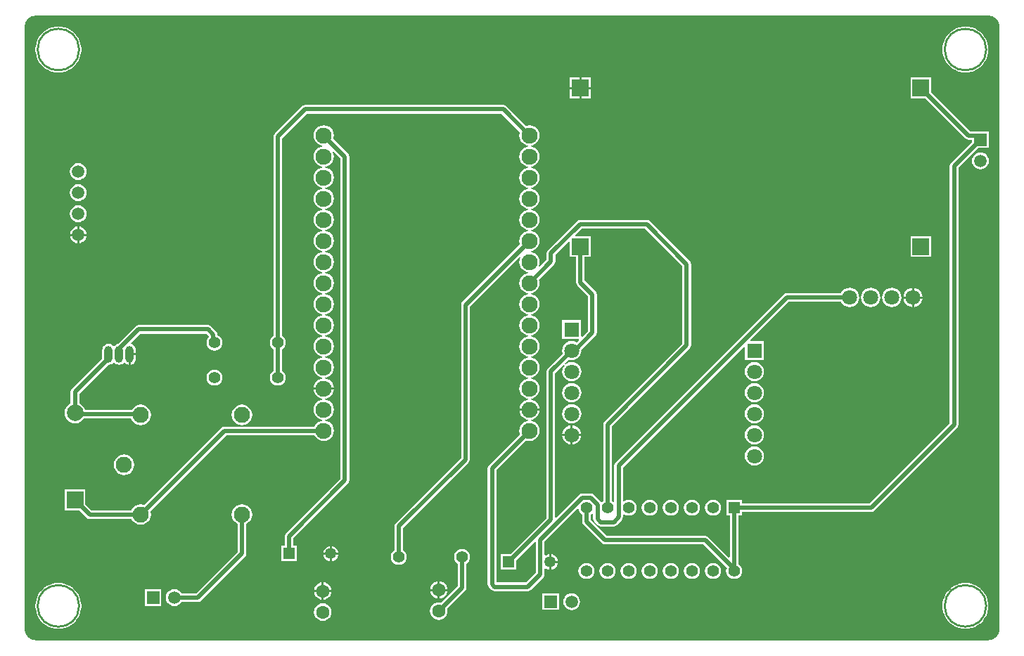
<source format=gtl>
G04*
G04 #@! TF.GenerationSoftware,Altium Limited,Altium Designer,22.2.1 (43)*
G04*
G04 Layer_Physical_Order=1*
G04 Layer_Color=255*
%FSLAX42Y42*%
%MOMM*%
G71*
G04*
G04 #@! TF.SameCoordinates,38A85AE6-A4D5-4193-AC1F-1DFF1A3BB725*
G04*
G04*
G04 #@! TF.FilePolarity,Positive*
G04*
G01*
G75*
%ADD13C,0.20*%
%ADD14C,0.25*%
%ADD34C,0.51*%
%ADD35C,1.40*%
%ADD36R,1.40X1.40*%
%ADD37R,1.80X1.80*%
%ADD38C,1.80*%
%ADD39C,1.93*%
%ADD40R,2.00X2.00*%
%ADD41C,1.50*%
%ADD42R,1.50X1.50*%
%ADD43C,1.95*%
%ADD44C,1.35*%
%ADD45R,1.35X1.35*%
%ADD46R,1.50X1.50*%
%ADD47C,1.60*%
%ADD48C,2.00*%
%ADD49O,1.00X2.00*%
%ADD50O,1.00X2.00*%
G36*
X14413Y12416D02*
X14437Y12406D01*
X14457Y12392D01*
X14475Y12375D01*
X14489Y12354D01*
X14499Y12331D01*
X14503Y12306D01*
Y12294D01*
Y5042D01*
Y5029D01*
X14499Y5005D01*
X14489Y4982D01*
X14475Y4961D01*
X14457Y4943D01*
X14437Y4929D01*
X14413Y4920D01*
X14389Y4915D01*
X2896D01*
X2871Y4920D01*
X2848Y4929D01*
X2827Y4943D01*
X2810Y4961D01*
X2796Y4982D01*
X2786Y5005D01*
X2781Y5029D01*
Y5042D01*
Y12294D01*
Y12306D01*
X2786Y12331D01*
X2796Y12354D01*
X2810Y12375D01*
X2827Y12392D01*
X2848Y12406D01*
X2871Y12416D01*
X2896Y12421D01*
X14389D01*
X14413Y12416D01*
D02*
G37*
%LPC*%
G36*
X14125Y12296D02*
X14075D01*
X14073Y12295D01*
X14070D01*
X14022Y12286D01*
X14020Y12285D01*
X14017Y12284D01*
X13972Y12265D01*
X13970Y12264D01*
X13967Y12263D01*
X13926Y12236D01*
X13924Y12234D01*
X13922Y12232D01*
X13888Y12198D01*
X13886Y12196D01*
X13884Y12194D01*
X13857Y12153D01*
X13856Y12150D01*
X13855Y12148D01*
X13836Y12103D01*
X13835Y12100D01*
X13834Y12098D01*
X13825Y12050D01*
Y12047D01*
X13824Y12045D01*
Y11995D01*
X13825Y11993D01*
Y11990D01*
X13834Y11942D01*
X13835Y11940D01*
X13836Y11937D01*
X13855Y11892D01*
X13856Y11890D01*
X13857Y11887D01*
X13884Y11846D01*
X13886Y11844D01*
X13888Y11842D01*
X13922Y11807D01*
X13924Y11806D01*
X13926Y11804D01*
X13967Y11777D01*
X13970Y11776D01*
X13972Y11775D01*
X14017Y11756D01*
X14020Y11755D01*
X14022Y11754D01*
X14070Y11745D01*
X14073D01*
X14075Y11744D01*
X14125D01*
X14127Y11745D01*
X14130D01*
X14178Y11754D01*
X14180Y11755D01*
X14183Y11756D01*
X14228Y11775D01*
X14230Y11776D01*
X14233Y11777D01*
X14274Y11804D01*
X14276Y11806D01*
X14278Y11807D01*
X14312Y11842D01*
X14314Y11844D01*
X14316Y11846D01*
X14343Y11887D01*
X14344Y11890D01*
X14345Y11892D01*
X14364Y11937D01*
X14365Y11940D01*
X14366Y11942D01*
X14375Y11990D01*
Y11993D01*
X14376Y11995D01*
Y12045D01*
X14375Y12047D01*
Y12050D01*
X14366Y12098D01*
X14365Y12100D01*
X14364Y12103D01*
X14345Y12148D01*
X14344Y12150D01*
X14343Y12153D01*
X14316Y12194D01*
X14314Y12196D01*
X14312Y12198D01*
X14278Y12232D01*
X14276Y12234D01*
X14274Y12236D01*
X14233Y12263D01*
X14230Y12264D01*
X14228Y12265D01*
X14183Y12284D01*
X14180Y12285D01*
X14178Y12286D01*
X14130Y12295D01*
X14127D01*
X14125Y12296D01*
D02*
G37*
G36*
X3205D02*
X3155D01*
X3153Y12295D01*
X3150D01*
X3102Y12286D01*
X3100Y12285D01*
X3097Y12284D01*
X3052Y12265D01*
X3050Y12264D01*
X3047Y12263D01*
X3006Y12236D01*
X3004Y12234D01*
X3002Y12232D01*
X2967Y12198D01*
X2966Y12196D01*
X2964Y12194D01*
X2937Y12153D01*
X2936Y12150D01*
X2935Y12148D01*
X2916Y12103D01*
X2915Y12100D01*
X2914Y12098D01*
X2905Y12050D01*
Y12047D01*
X2904Y12045D01*
Y11995D01*
X2905Y11993D01*
Y11990D01*
X2914Y11942D01*
X2915Y11940D01*
X2916Y11937D01*
X2935Y11892D01*
X2936Y11890D01*
X2937Y11887D01*
X2964Y11846D01*
X2966Y11844D01*
X2967Y11842D01*
X3002Y11807D01*
X3004Y11806D01*
X3006Y11804D01*
X3047Y11777D01*
X3050Y11776D01*
X3052Y11775D01*
X3097Y11756D01*
X3100Y11755D01*
X3102Y11754D01*
X3150Y11745D01*
X3153D01*
X3155Y11744D01*
X3205D01*
X3207Y11745D01*
X3210D01*
X3258Y11754D01*
X3260Y11755D01*
X3263Y11756D01*
X3308Y11775D01*
X3310Y11776D01*
X3313Y11777D01*
X3354Y11804D01*
X3356Y11806D01*
X3358Y11807D01*
X3392Y11842D01*
X3394Y11844D01*
X3396Y11846D01*
X3423Y11887D01*
X3424Y11890D01*
X3425Y11892D01*
X3444Y11937D01*
X3445Y11940D01*
X3446Y11942D01*
X3455Y11990D01*
Y11993D01*
X3456Y11995D01*
Y12045D01*
X3455Y12047D01*
Y12050D01*
X3446Y12098D01*
X3445Y12100D01*
X3444Y12103D01*
X3425Y12148D01*
X3424Y12150D01*
X3423Y12153D01*
X3396Y12194D01*
X3394Y12196D01*
X3392Y12198D01*
X3358Y12232D01*
X3356Y12234D01*
X3354Y12236D01*
X3313Y12263D01*
X3310Y12264D01*
X3308Y12265D01*
X3263Y12284D01*
X3260Y12285D01*
X3258Y12286D01*
X3210Y12295D01*
X3207D01*
X3205Y12296D01*
D02*
G37*
G36*
X9589Y11682D02*
X9476D01*
Y11570D01*
X9589D01*
Y11682D01*
D02*
G37*
G36*
X9451D02*
X9338D01*
Y11570D01*
X9451D01*
Y11682D01*
D02*
G37*
G36*
X9589Y11544D02*
X9476D01*
Y11432D01*
X9589D01*
Y11544D01*
D02*
G37*
G36*
X9451D02*
X9338D01*
Y11432D01*
X9451D01*
Y11544D01*
D02*
G37*
G36*
X14280Y10781D02*
X14254Y10778D01*
X14229Y10768D01*
X14208Y10752D01*
X14192Y10731D01*
X14182Y10706D01*
X14179Y10680D01*
X14182Y10654D01*
X14192Y10629D01*
X14208Y10608D01*
X14229Y10592D01*
X14254Y10582D01*
X14280Y10579D01*
X14306Y10582D01*
X14331Y10592D01*
X14352Y10608D01*
X14368Y10629D01*
X14378Y10654D01*
X14381Y10680D01*
X14378Y10706D01*
X14368Y10731D01*
X14352Y10752D01*
X14331Y10768D01*
X14306Y10778D01*
X14280Y10781D01*
D02*
G37*
G36*
X3420Y10651D02*
X3394Y10648D01*
X3369Y10638D01*
X3348Y10622D01*
X3332Y10601D01*
X3322Y10576D01*
X3319Y10550D01*
X3322Y10524D01*
X3332Y10499D01*
X3348Y10478D01*
X3369Y10462D01*
X3394Y10452D01*
X3420Y10449D01*
X3446Y10452D01*
X3471Y10462D01*
X3492Y10478D01*
X3508Y10499D01*
X3518Y10524D01*
X3521Y10550D01*
X3518Y10576D01*
X3508Y10601D01*
X3492Y10622D01*
X3471Y10638D01*
X3446Y10648D01*
X3420Y10651D01*
D02*
G37*
G36*
Y10397D02*
X3394Y10394D01*
X3369Y10384D01*
X3348Y10368D01*
X3332Y10347D01*
X3322Y10322D01*
X3319Y10296D01*
X3322Y10270D01*
X3332Y10245D01*
X3348Y10224D01*
X3369Y10208D01*
X3394Y10198D01*
X3420Y10195D01*
X3446Y10198D01*
X3471Y10208D01*
X3492Y10224D01*
X3508Y10245D01*
X3518Y10270D01*
X3521Y10296D01*
X3518Y10322D01*
X3508Y10347D01*
X3492Y10368D01*
X3471Y10384D01*
X3446Y10394D01*
X3420Y10397D01*
D02*
G37*
G36*
Y10143D02*
X3394Y10140D01*
X3369Y10130D01*
X3348Y10114D01*
X3332Y10093D01*
X3322Y10068D01*
X3319Y10042D01*
X3322Y10016D01*
X3332Y9991D01*
X3348Y9970D01*
X3369Y9954D01*
X3394Y9944D01*
X3420Y9941D01*
X3446Y9944D01*
X3471Y9954D01*
X3492Y9970D01*
X3508Y9991D01*
X3518Y10016D01*
X3521Y10042D01*
X3518Y10068D01*
X3508Y10093D01*
X3492Y10114D01*
X3471Y10130D01*
X3446Y10140D01*
X3420Y10143D01*
D02*
G37*
G36*
X3433Y9888D02*
Y9801D01*
X3520D01*
X3518Y9814D01*
X3508Y9839D01*
X3492Y9860D01*
X3471Y9876D01*
X3446Y9886D01*
X3433Y9888D01*
D02*
G37*
G36*
X3407D02*
X3394Y9886D01*
X3369Y9876D01*
X3348Y9860D01*
X3332Y9839D01*
X3322Y9814D01*
X3320Y9801D01*
X3407D01*
Y9888D01*
D02*
G37*
G36*
X3520Y9775D02*
X3433D01*
Y9688D01*
X3446Y9690D01*
X3471Y9700D01*
X3492Y9716D01*
X3508Y9737D01*
X3518Y9762D01*
X3520Y9775D01*
D02*
G37*
G36*
X3407D02*
X3320D01*
X3322Y9762D01*
X3332Y9737D01*
X3348Y9716D01*
X3369Y9700D01*
X3394Y9690D01*
X3407Y9688D01*
Y9775D01*
D02*
G37*
G36*
X13689Y9772D02*
X13438D01*
Y9522D01*
X13689D01*
Y9772D01*
D02*
G37*
G36*
X13481Y9149D02*
Y9047D01*
X13583D01*
X13580Y9064D01*
X13569Y9092D01*
X13550Y9117D01*
X13526Y9135D01*
X13498Y9147D01*
X13481Y9149D01*
D02*
G37*
G36*
X13455Y9149D02*
X13438Y9147D01*
X13410Y9135D01*
X13386Y9117D01*
X13367Y9092D01*
X13355Y9064D01*
X13353Y9047D01*
X13455D01*
Y9149D01*
D02*
G37*
G36*
X13583Y9022D02*
X13481D01*
Y8920D01*
X13498Y8922D01*
X13526Y8933D01*
X13550Y8952D01*
X13569Y8976D01*
X13580Y9004D01*
X13583Y9022D01*
D02*
G37*
G36*
X13455D02*
X13353D01*
X13355Y9004D01*
X13367Y8976D01*
X13386Y8952D01*
X13410Y8933D01*
X13438Y8922D01*
X13455Y8920D01*
Y9022D01*
D02*
G37*
G36*
X13214Y9151D02*
X13184Y9147D01*
X13156Y9135D01*
X13132Y9117D01*
X13113Y9092D01*
X13101Y9064D01*
X13098Y9034D01*
X13101Y9004D01*
X13113Y8976D01*
X13132Y8952D01*
X13156Y8933D01*
X13184Y8922D01*
X13214Y8918D01*
X13244Y8922D01*
X13272Y8933D01*
X13296Y8952D01*
X13315Y8976D01*
X13326Y9004D01*
X13330Y9034D01*
X13326Y9064D01*
X13315Y9092D01*
X13296Y9117D01*
X13272Y9135D01*
X13244Y9147D01*
X13214Y9151D01*
D02*
G37*
G36*
X12960D02*
X12930Y9147D01*
X12902Y9135D01*
X12878Y9117D01*
X12859Y9092D01*
X12847Y9064D01*
X12844Y9034D01*
X12847Y9004D01*
X12859Y8976D01*
X12878Y8952D01*
X12902Y8933D01*
X12930Y8922D01*
X12960Y8918D01*
X12990Y8922D01*
X13018Y8933D01*
X13042Y8952D01*
X13061Y8976D01*
X13072Y9004D01*
X13076Y9034D01*
X13072Y9064D01*
X13061Y9092D01*
X13042Y9117D01*
X13018Y9135D01*
X12990Y9147D01*
X12960Y9151D01*
D02*
G37*
G36*
X13689Y11682D02*
X13438D01*
Y11432D01*
X13616D01*
X14100Y10947D01*
X14117Y10936D01*
X14137Y10932D01*
X14180D01*
Y10907D01*
X13926Y10654D01*
X13915Y10637D01*
X13911Y10617D01*
Y7521D01*
X12944Y6554D01*
X11411D01*
Y6598D01*
X11220D01*
Y6407D01*
X11264D01*
Y5907D01*
X11252Y5902D01*
X11006Y6148D01*
X10990Y6159D01*
X10970Y6163D01*
X9780D01*
X9589Y6354D01*
Y6422D01*
X9606Y6434D01*
X9607Y6436D01*
X9619Y6432D01*
Y6369D01*
X9619Y6369D01*
X9623Y6349D01*
X9634Y6332D01*
X9674Y6292D01*
X9691Y6281D01*
X9711Y6277D01*
X9865D01*
X9885Y6281D01*
X9902Y6292D01*
X9962Y6352D01*
X9973Y6369D01*
X9977Y6389D01*
Y6419D01*
X9989Y6425D01*
X9998Y6419D01*
X10021Y6409D01*
X10046Y6406D01*
X10071Y6409D01*
X10094Y6419D01*
X10114Y6434D01*
X10129Y6454D01*
X10139Y6477D01*
X10142Y6502D01*
X10139Y6527D01*
X10129Y6551D01*
X10114Y6570D01*
X10094Y6586D01*
X10071Y6595D01*
X10046Y6599D01*
X10021Y6595D01*
X9998Y6586D01*
X9989Y6579D01*
X9977Y6586D01*
Y6990D01*
X11433Y8446D01*
X11444Y8441D01*
Y8279D01*
X11675D01*
Y8510D01*
X11513D01*
X11508Y8522D01*
X11969Y8983D01*
X12602D01*
X12605Y8976D01*
X12624Y8952D01*
X12648Y8933D01*
X12676Y8922D01*
X12706Y8918D01*
X12736Y8922D01*
X12764Y8933D01*
X12788Y8952D01*
X12807Y8976D01*
X12818Y9004D01*
X12822Y9034D01*
X12818Y9064D01*
X12807Y9092D01*
X12788Y9117D01*
X12764Y9135D01*
X12736Y9147D01*
X12706Y9151D01*
X12676Y9147D01*
X12648Y9135D01*
X12624Y9117D01*
X12605Y9092D01*
X12602Y9086D01*
X11948D01*
X11928Y9082D01*
X11911Y9071D01*
X9888Y7048D01*
X9877Y7031D01*
X9873Y7012D01*
Y6573D01*
X9861Y6569D01*
X9860Y6570D01*
X9843Y6583D01*
Y7483D01*
X10782Y8421D01*
X10793Y8438D01*
X10797Y8458D01*
X10797Y8458D01*
Y9436D01*
X10797Y9436D01*
X10793Y9456D01*
X10782Y9473D01*
X10301Y9954D01*
X10284Y9965D01*
X10264Y9969D01*
X9462D01*
X9442Y9965D01*
X9425Y9954D01*
X9074Y9603D01*
X9063Y9586D01*
X9059Y9566D01*
Y9488D01*
X8973Y9402D01*
X8962Y9409D01*
X8971Y9430D01*
X8975Y9461D01*
X8971Y9493D01*
X8958Y9523D01*
X8939Y9548D01*
X8913Y9568D01*
X8884Y9580D01*
X8870Y9582D01*
Y9595D01*
X8884Y9597D01*
X8913Y9609D01*
X8939Y9629D01*
X8958Y9654D01*
X8971Y9684D01*
X8975Y9715D01*
X8971Y9747D01*
X8958Y9777D01*
X8939Y9802D01*
X8913Y9822D01*
X8884Y9834D01*
X8870Y9836D01*
Y9849D01*
X8884Y9851D01*
X8913Y9863D01*
X8939Y9883D01*
X8958Y9908D01*
X8971Y9938D01*
X8975Y9969D01*
X8971Y10001D01*
X8958Y10031D01*
X8939Y10056D01*
X8913Y10076D01*
X8884Y10088D01*
X8870Y10090D01*
Y10103D01*
X8884Y10105D01*
X8913Y10117D01*
X8939Y10137D01*
X8958Y10162D01*
X8971Y10192D01*
X8975Y10224D01*
X8971Y10255D01*
X8958Y10285D01*
X8939Y10310D01*
X8913Y10330D01*
X8884Y10342D01*
X8870Y10344D01*
Y10357D01*
X8884Y10359D01*
X8913Y10371D01*
X8939Y10391D01*
X8958Y10416D01*
X8971Y10446D01*
X8975Y10478D01*
X8971Y10509D01*
X8958Y10539D01*
X8939Y10564D01*
X8913Y10584D01*
X8884Y10596D01*
X8870Y10598D01*
Y10611D01*
X8884Y10613D01*
X8913Y10625D01*
X8939Y10645D01*
X8958Y10670D01*
X8971Y10700D01*
X8975Y10732D01*
X8971Y10763D01*
X8958Y10793D01*
X8939Y10818D01*
X8913Y10838D01*
X8884Y10850D01*
X8870Y10852D01*
Y10865D01*
X8884Y10867D01*
X8913Y10879D01*
X8939Y10899D01*
X8958Y10924D01*
X8971Y10954D01*
X8975Y10986D01*
X8971Y11017D01*
X8958Y11047D01*
X8939Y11072D01*
X8913Y11092D01*
X8884Y11104D01*
X8852Y11108D01*
X8820Y11104D01*
X8810Y11100D01*
X8574Y11337D01*
X8557Y11348D01*
X8537Y11352D01*
X6150D01*
X6130Y11348D01*
X6113Y11337D01*
X6113Y11337D01*
X5784Y11008D01*
X5773Y10991D01*
X5769Y10971D01*
Y8571D01*
X5753Y8558D01*
X5738Y8538D01*
X5728Y8515D01*
X5725Y8490D01*
X5728Y8465D01*
X5738Y8442D01*
X5753Y8422D01*
X5769Y8409D01*
Y8151D01*
X5753Y8138D01*
X5738Y8118D01*
X5728Y8095D01*
X5725Y8070D01*
X5728Y8045D01*
X5738Y8022D01*
X5753Y8002D01*
X5773Y7987D01*
X5796Y7977D01*
X5821Y7974D01*
X5846Y7977D01*
X5869Y7987D01*
X5889Y8002D01*
X5904Y8022D01*
X5914Y8045D01*
X5917Y8070D01*
X5914Y8095D01*
X5904Y8118D01*
X5889Y8138D01*
X5873Y8151D01*
Y8409D01*
X5889Y8422D01*
X5904Y8442D01*
X5914Y8465D01*
X5917Y8490D01*
X5914Y8515D01*
X5904Y8538D01*
X5889Y8558D01*
X5873Y8571D01*
Y10950D01*
X6171Y11248D01*
X8516D01*
X8737Y11027D01*
X8733Y11017D01*
X8729Y10986D01*
X8733Y10954D01*
X8745Y10924D01*
X8765Y10899D01*
X8790Y10879D01*
X8820Y10867D01*
X8834Y10865D01*
Y10852D01*
X8820Y10850D01*
X8790Y10838D01*
X8765Y10818D01*
X8745Y10793D01*
X8733Y10763D01*
X8729Y10732D01*
X8733Y10700D01*
X8745Y10670D01*
X8765Y10645D01*
X8790Y10625D01*
X8820Y10613D01*
X8834Y10611D01*
Y10598D01*
X8820Y10596D01*
X8790Y10584D01*
X8765Y10564D01*
X8745Y10539D01*
X8733Y10509D01*
X8729Y10478D01*
X8733Y10446D01*
X8745Y10416D01*
X8765Y10391D01*
X8790Y10371D01*
X8820Y10359D01*
X8834Y10357D01*
Y10344D01*
X8820Y10342D01*
X8790Y10330D01*
X8765Y10310D01*
X8745Y10285D01*
X8733Y10255D01*
X8729Y10224D01*
X8733Y10192D01*
X8745Y10162D01*
X8765Y10137D01*
X8790Y10117D01*
X8820Y10105D01*
X8834Y10103D01*
Y10090D01*
X8820Y10088D01*
X8790Y10076D01*
X8765Y10056D01*
X8745Y10031D01*
X8733Y10001D01*
X8729Y9969D01*
X8733Y9938D01*
X8745Y9908D01*
X8765Y9883D01*
X8790Y9863D01*
X8820Y9851D01*
X8834Y9849D01*
Y9836D01*
X8820Y9834D01*
X8790Y9822D01*
X8765Y9802D01*
X8745Y9777D01*
X8733Y9747D01*
X8729Y9715D01*
X8733Y9684D01*
X8737Y9674D01*
X8043Y8980D01*
X8032Y8963D01*
X8028Y8944D01*
Y7101D01*
X7242Y6316D01*
X7231Y6299D01*
X7227Y6279D01*
Y5991D01*
X7211Y5978D01*
X7196Y5958D01*
X7186Y5935D01*
X7183Y5910D01*
X7186Y5885D01*
X7196Y5862D01*
X7211Y5842D01*
X7231Y5827D01*
X7254Y5817D01*
X7279Y5814D01*
X7304Y5817D01*
X7327Y5827D01*
X7347Y5842D01*
X7362Y5862D01*
X7372Y5885D01*
X7375Y5910D01*
X7372Y5935D01*
X7362Y5958D01*
X7347Y5978D01*
X7331Y5991D01*
Y6258D01*
X8117Y7043D01*
X8128Y7060D01*
X8132Y7080D01*
Y8922D01*
X8731Y9521D01*
X8742Y9514D01*
X8733Y9493D01*
X8729Y9461D01*
X8733Y9430D01*
X8745Y9400D01*
X8765Y9375D01*
X8790Y9355D01*
X8820Y9343D01*
X8834Y9341D01*
Y9328D01*
X8820Y9326D01*
X8790Y9314D01*
X8765Y9294D01*
X8745Y9269D01*
X8733Y9239D01*
X8729Y9207D01*
X8733Y9176D01*
X8745Y9146D01*
X8765Y9121D01*
X8790Y9101D01*
X8820Y9089D01*
X8834Y9087D01*
Y9074D01*
X8820Y9072D01*
X8790Y9060D01*
X8765Y9040D01*
X8745Y9015D01*
X8733Y8985D01*
X8729Y8954D01*
X8733Y8922D01*
X8745Y8892D01*
X8765Y8867D01*
X8790Y8847D01*
X8820Y8835D01*
X8834Y8833D01*
Y8820D01*
X8820Y8818D01*
X8790Y8806D01*
X8765Y8786D01*
X8745Y8761D01*
X8733Y8731D01*
X8729Y8700D01*
X8733Y8668D01*
X8745Y8638D01*
X8765Y8613D01*
X8790Y8593D01*
X8820Y8581D01*
X8834Y8579D01*
Y8566D01*
X8820Y8564D01*
X8790Y8552D01*
X8765Y8532D01*
X8745Y8507D01*
X8733Y8477D01*
X8729Y8446D01*
X8733Y8414D01*
X8745Y8384D01*
X8765Y8359D01*
X8790Y8339D01*
X8820Y8327D01*
X8834Y8325D01*
Y8312D01*
X8820Y8310D01*
X8790Y8298D01*
X8765Y8278D01*
X8745Y8253D01*
X8733Y8223D01*
X8729Y8192D01*
X8733Y8160D01*
X8745Y8130D01*
X8765Y8105D01*
X8790Y8085D01*
X8820Y8073D01*
X8834Y8071D01*
Y8058D01*
X8820Y8056D01*
X8790Y8044D01*
X8765Y8024D01*
X8745Y7999D01*
X8733Y7969D01*
X8729Y7938D01*
X8733Y7906D01*
X8745Y7876D01*
X8765Y7851D01*
X8790Y7831D01*
X8820Y7819D01*
X8834Y7817D01*
Y7804D01*
X8820Y7802D01*
X8790Y7790D01*
X8765Y7770D01*
X8745Y7745D01*
X8733Y7715D01*
X8731Y7696D01*
X8852D01*
X8973D01*
X8971Y7715D01*
X8958Y7745D01*
X8939Y7770D01*
X8913Y7790D01*
X8884Y7802D01*
X8870Y7804D01*
Y7817D01*
X8884Y7819D01*
X8913Y7831D01*
X8939Y7851D01*
X8958Y7876D01*
X8971Y7906D01*
X8975Y7938D01*
X8971Y7969D01*
X8958Y7999D01*
X8939Y8024D01*
X8913Y8044D01*
X8884Y8056D01*
X8870Y8058D01*
Y8071D01*
X8884Y8073D01*
X8913Y8085D01*
X8939Y8105D01*
X8958Y8130D01*
X8971Y8160D01*
X8975Y8192D01*
X8971Y8223D01*
X8958Y8253D01*
X8939Y8278D01*
X8913Y8298D01*
X8884Y8310D01*
X8870Y8312D01*
Y8325D01*
X8884Y8327D01*
X8913Y8339D01*
X8939Y8359D01*
X8958Y8384D01*
X8971Y8414D01*
X8975Y8446D01*
X8971Y8477D01*
X8958Y8507D01*
X8939Y8532D01*
X8913Y8552D01*
X8884Y8564D01*
X8870Y8566D01*
Y8579D01*
X8884Y8581D01*
X8913Y8593D01*
X8939Y8613D01*
X8958Y8638D01*
X8971Y8668D01*
X8975Y8700D01*
X8971Y8731D01*
X8958Y8761D01*
X8939Y8786D01*
X8913Y8806D01*
X8884Y8818D01*
X8870Y8820D01*
Y8833D01*
X8884Y8835D01*
X8913Y8847D01*
X8939Y8867D01*
X8958Y8892D01*
X8971Y8922D01*
X8975Y8954D01*
X8971Y8985D01*
X8958Y9015D01*
X8939Y9040D01*
X8913Y9060D01*
X8884Y9072D01*
X8870Y9074D01*
Y9087D01*
X8884Y9089D01*
X8913Y9101D01*
X8939Y9121D01*
X8958Y9146D01*
X8971Y9176D01*
X8975Y9207D01*
X8971Y9239D01*
X8967Y9249D01*
X9147Y9430D01*
X9159Y9447D01*
X9163Y9466D01*
Y9545D01*
X9326Y9708D01*
X9338Y9704D01*
Y9522D01*
X9412D01*
Y9216D01*
X9416Y9197D01*
X9427Y9180D01*
X9558Y9049D01*
Y8631D01*
X9487Y8560D01*
X9475Y8565D01*
Y8764D01*
X9244D01*
Y8533D01*
X9443D01*
X9448Y8522D01*
X9420Y8494D01*
X9418Y8496D01*
X9390Y8507D01*
X9360Y8511D01*
X9330Y8507D01*
X9302Y8496D01*
X9278Y8477D01*
X9259Y8453D01*
X9247Y8425D01*
X9244Y8395D01*
X9247Y8365D01*
X9250Y8358D01*
X9072Y8180D01*
X9061Y8164D01*
X9057Y8144D01*
Y6380D01*
X8620Y5943D01*
X8507D01*
Y5757D01*
X8693D01*
Y5870D01*
X8918Y6095D01*
X8930Y6090D01*
Y5723D01*
X8809Y5602D01*
X8452D01*
Y6956D01*
X8810Y7315D01*
X8820Y7311D01*
X8852Y7307D01*
X8884Y7311D01*
X8913Y7323D01*
X8939Y7343D01*
X8958Y7368D01*
X8971Y7398D01*
X8975Y7429D01*
X8971Y7461D01*
X8958Y7491D01*
X8939Y7516D01*
X8913Y7536D01*
X8884Y7548D01*
X8870Y7550D01*
Y7563D01*
X8884Y7565D01*
X8913Y7577D01*
X8939Y7597D01*
X8958Y7622D01*
X8971Y7652D01*
X8973Y7671D01*
X8852D01*
X8731D01*
X8733Y7652D01*
X8745Y7622D01*
X8765Y7597D01*
X8790Y7577D01*
X8820Y7565D01*
X8834Y7563D01*
Y7550D01*
X8820Y7548D01*
X8790Y7536D01*
X8765Y7516D01*
X8745Y7491D01*
X8733Y7461D01*
X8729Y7429D01*
X8733Y7398D01*
X8737Y7388D01*
X8363Y7014D01*
X8352Y6997D01*
X8348Y6978D01*
Y5580D01*
X8352Y5560D01*
X8363Y5543D01*
X8393Y5513D01*
X8393Y5513D01*
X8410Y5502D01*
X8430Y5498D01*
X8830D01*
X8850Y5502D01*
X8867Y5513D01*
X9018Y5665D01*
X9030Y5682D01*
X9033Y5701D01*
Y5768D01*
X9046Y5774D01*
X9053Y5769D01*
X9076Y5759D01*
X9087Y5758D01*
Y5850D01*
Y5942D01*
X9076Y5941D01*
X9053Y5931D01*
X9046Y5926D01*
X9033Y5932D01*
Y6096D01*
X9430Y6492D01*
X9443Y6488D01*
X9445Y6477D01*
X9454Y6454D01*
X9470Y6434D01*
X9486Y6422D01*
Y6332D01*
X9490Y6312D01*
X9501Y6296D01*
X9722Y6074D01*
X9739Y6063D01*
X9759Y6059D01*
X10948D01*
X11221Y5786D01*
X11222Y5785D01*
X11228Y5779D01*
X11223Y5765D01*
X11219Y5740D01*
X11223Y5715D01*
X11232Y5692D01*
X11248Y5672D01*
X11268Y5657D01*
X11291Y5647D01*
X11316Y5644D01*
X11341Y5647D01*
X11364Y5657D01*
X11384Y5672D01*
X11399Y5692D01*
X11409Y5715D01*
X11412Y5740D01*
X11409Y5765D01*
X11399Y5789D01*
X11384Y5808D01*
X11367Y5821D01*
Y6407D01*
X11411D01*
Y6451D01*
X12965D01*
X12985Y6455D01*
X13002Y6466D01*
X14000Y7463D01*
X14011Y7480D01*
X14015Y7500D01*
Y10596D01*
X14253Y10834D01*
X14380D01*
Y11034D01*
X14235D01*
X14230Y11035D01*
X14158D01*
X13689Y11505D01*
Y11682D01*
D02*
G37*
G36*
X4144Y8702D02*
X4125Y8698D01*
X4108Y8687D01*
X3900Y8478D01*
X3897Y8474D01*
X3890Y8473D01*
X3872Y8466D01*
X3856Y8454D01*
X3853Y8449D01*
X3840D01*
X3837Y8454D01*
X3821Y8466D01*
X3803Y8473D01*
X3783Y8476D01*
X3763Y8473D01*
X3745Y8466D01*
X3729Y8454D01*
X3717Y8438D01*
X3710Y8420D01*
X3707Y8400D01*
Y8300D01*
X3707Y8298D01*
X3343Y7934D01*
X3332Y7917D01*
X3328Y7897D01*
Y7757D01*
X3317Y7753D01*
X3291Y7732D01*
X3270Y7706D01*
X3258Y7676D01*
X3254Y7643D01*
X3258Y7610D01*
X3270Y7580D01*
X3291Y7554D01*
X3317Y7533D01*
X3347Y7521D01*
X3380Y7517D01*
X3413Y7521D01*
X3443Y7533D01*
X3469Y7554D01*
X3489Y7580D01*
X4054D01*
X4063Y7558D01*
X4082Y7532D01*
X4108Y7513D01*
X4138Y7500D01*
X4170Y7496D01*
X4202Y7500D01*
X4232Y7513D01*
X4258Y7532D01*
X4277Y7558D01*
X4290Y7588D01*
X4294Y7620D01*
X4290Y7652D01*
X4277Y7682D01*
X4258Y7708D01*
X4232Y7727D01*
X4202Y7740D01*
X4170Y7744D01*
X4138Y7740D01*
X4108Y7727D01*
X4082Y7708D01*
X4064Y7683D01*
X3499D01*
X3490Y7706D01*
X3469Y7732D01*
X3443Y7753D01*
X3432Y7757D01*
Y7876D01*
X3781Y8224D01*
X3783Y8224D01*
X3803Y8227D01*
X3821Y8234D01*
X3837Y8246D01*
X3840Y8251D01*
X3853D01*
X3856Y8246D01*
X3872Y8234D01*
X3890Y8227D01*
X3910Y8224D01*
X3930Y8227D01*
X3948Y8234D01*
X3964Y8246D01*
X3967Y8251D01*
X3980D01*
X3983Y8246D01*
X3999Y8234D01*
X4017Y8227D01*
X4024Y8226D01*
Y8350D01*
X4037D01*
Y8363D01*
X4113D01*
Y8400D01*
X4110Y8420D01*
X4103Y8438D01*
X4091Y8454D01*
X4075Y8466D01*
X4058Y8473D01*
X4053Y8485D01*
X4166Y8598D01*
X4959D01*
X4990Y8567D01*
Y8557D01*
X4976Y8538D01*
X4966Y8515D01*
X4963Y8490D01*
X4966Y8465D01*
X4976Y8442D01*
X4991Y8422D01*
X5011Y8407D01*
X5034Y8397D01*
X5059Y8394D01*
X5084Y8397D01*
X5107Y8407D01*
X5127Y8422D01*
X5142Y8442D01*
X5152Y8465D01*
X5155Y8490D01*
X5152Y8515D01*
X5142Y8538D01*
X5127Y8558D01*
X5107Y8573D01*
X5094Y8579D01*
Y8588D01*
X5090Y8608D01*
X5079Y8625D01*
X5017Y8687D01*
X5000Y8698D01*
X4980Y8702D01*
X4144D01*
X4144Y8702D01*
D02*
G37*
G36*
X4113Y8337D02*
X4050D01*
Y8226D01*
X4057Y8227D01*
X4075Y8234D01*
X4091Y8246D01*
X4103Y8262D01*
X4110Y8280D01*
X4113Y8300D01*
Y8337D01*
D02*
G37*
G36*
X11560Y8257D02*
X11530Y8253D01*
X11502Y8242D01*
X11478Y8223D01*
X11459Y8199D01*
X11447Y8171D01*
X11444Y8141D01*
X11447Y8111D01*
X11459Y8083D01*
X11478Y8058D01*
X11502Y8040D01*
X11530Y8028D01*
X11560Y8024D01*
X11590Y8028D01*
X11618Y8040D01*
X11642Y8058D01*
X11661Y8083D01*
X11672Y8111D01*
X11676Y8141D01*
X11672Y8171D01*
X11661Y8199D01*
X11642Y8223D01*
X11618Y8242D01*
X11590Y8253D01*
X11560Y8257D01*
D02*
G37*
G36*
X5059Y8166D02*
X5034Y8163D01*
X5011Y8153D01*
X4991Y8138D01*
X4976Y8118D01*
X4966Y8095D01*
X4963Y8070D01*
X4966Y8045D01*
X4976Y8022D01*
X4991Y8002D01*
X5011Y7987D01*
X5034Y7977D01*
X5059Y7974D01*
X5084Y7977D01*
X5107Y7987D01*
X5127Y8002D01*
X5142Y8022D01*
X5152Y8045D01*
X5155Y8070D01*
X5152Y8095D01*
X5142Y8118D01*
X5127Y8138D01*
X5107Y8153D01*
X5084Y8163D01*
X5059Y8166D01*
D02*
G37*
G36*
X11560Y8003D02*
X11530Y7999D01*
X11502Y7988D01*
X11478Y7969D01*
X11459Y7945D01*
X11447Y7917D01*
X11444Y7887D01*
X11447Y7857D01*
X11459Y7829D01*
X11478Y7804D01*
X11502Y7786D01*
X11530Y7774D01*
X11560Y7770D01*
X11590Y7774D01*
X11618Y7786D01*
X11642Y7804D01*
X11661Y7829D01*
X11672Y7857D01*
X11676Y7887D01*
X11672Y7917D01*
X11661Y7945D01*
X11642Y7969D01*
X11618Y7988D01*
X11590Y7999D01*
X11560Y8003D01*
D02*
G37*
G36*
Y7749D02*
X11530Y7745D01*
X11502Y7734D01*
X11478Y7715D01*
X11459Y7691D01*
X11447Y7663D01*
X11444Y7633D01*
X11447Y7603D01*
X11459Y7575D01*
X11478Y7550D01*
X11502Y7532D01*
X11530Y7520D01*
X11560Y7516D01*
X11590Y7520D01*
X11618Y7532D01*
X11642Y7550D01*
X11661Y7575D01*
X11672Y7603D01*
X11676Y7633D01*
X11672Y7663D01*
X11661Y7691D01*
X11642Y7715D01*
X11618Y7734D01*
X11590Y7745D01*
X11560Y7749D01*
D02*
G37*
G36*
X5390Y7744D02*
X5358Y7740D01*
X5328Y7727D01*
X5302Y7708D01*
X5283Y7682D01*
X5270Y7652D01*
X5266Y7620D01*
X5270Y7588D01*
X5283Y7558D01*
X5302Y7532D01*
X5328Y7513D01*
X5358Y7500D01*
X5390Y7496D01*
X5422Y7500D01*
X5452Y7513D01*
X5478Y7532D01*
X5497Y7558D01*
X5510Y7588D01*
X5514Y7620D01*
X5510Y7652D01*
X5497Y7682D01*
X5478Y7708D01*
X5452Y7727D01*
X5422Y7740D01*
X5390Y7744D01*
D02*
G37*
G36*
X6496Y7925D02*
X6375D01*
X6254D01*
X6256Y7906D01*
X6268Y7876D01*
X6288Y7851D01*
X6313Y7831D01*
X6343Y7819D01*
X6357Y7817D01*
Y7804D01*
X6343Y7802D01*
X6313Y7790D01*
X6288Y7770D01*
X6268Y7745D01*
X6256Y7715D01*
X6252Y7683D01*
X6256Y7652D01*
X6268Y7622D01*
X6288Y7597D01*
X6313Y7577D01*
X6343Y7565D01*
X6357Y7563D01*
Y7550D01*
X6343Y7548D01*
X6313Y7536D01*
X6288Y7516D01*
X6268Y7491D01*
X6264Y7481D01*
X5179D01*
X5160Y7477D01*
X5143Y7466D01*
X4212Y6536D01*
X4202Y6540D01*
X4170Y6544D01*
X4138Y6540D01*
X4108Y6527D01*
X4082Y6508D01*
X4063Y6482D01*
X4058Y6472D01*
X3578D01*
X3505Y6545D01*
Y6722D01*
X3255D01*
Y6472D01*
X3432D01*
X3520Y6383D01*
X3537Y6372D01*
X3557Y6368D01*
X4058D01*
X4063Y6358D01*
X4082Y6332D01*
X4108Y6313D01*
X4138Y6300D01*
X4170Y6296D01*
X4202Y6300D01*
X4232Y6313D01*
X4258Y6332D01*
X4277Y6358D01*
X4290Y6388D01*
X4294Y6420D01*
X4290Y6452D01*
X4286Y6462D01*
X5201Y7378D01*
X6264D01*
X6268Y7368D01*
X6288Y7343D01*
X6313Y7323D01*
X6343Y7311D01*
X6375Y7307D01*
X6407Y7311D01*
X6436Y7323D01*
X6462Y7343D01*
X6481Y7368D01*
X6494Y7398D01*
X6498Y7429D01*
X6494Y7461D01*
X6481Y7491D01*
X6462Y7516D01*
X6436Y7536D01*
X6407Y7548D01*
X6393Y7550D01*
Y7563D01*
X6407Y7565D01*
X6436Y7577D01*
X6462Y7597D01*
X6481Y7622D01*
X6494Y7652D01*
X6498Y7683D01*
X6494Y7715D01*
X6481Y7745D01*
X6462Y7770D01*
X6436Y7790D01*
X6407Y7802D01*
X6393Y7804D01*
Y7817D01*
X6407Y7819D01*
X6436Y7831D01*
X6462Y7851D01*
X6481Y7876D01*
X6494Y7906D01*
X6496Y7925D01*
D02*
G37*
G36*
X11560Y7495D02*
X11530Y7491D01*
X11502Y7480D01*
X11478Y7461D01*
X11459Y7437D01*
X11447Y7409D01*
X11444Y7379D01*
X11447Y7349D01*
X11459Y7321D01*
X11478Y7296D01*
X11502Y7278D01*
X11530Y7266D01*
X11560Y7262D01*
X11590Y7266D01*
X11618Y7278D01*
X11642Y7296D01*
X11661Y7321D01*
X11672Y7349D01*
X11676Y7379D01*
X11672Y7409D01*
X11661Y7437D01*
X11642Y7461D01*
X11618Y7480D01*
X11590Y7491D01*
X11560Y7495D01*
D02*
G37*
G36*
Y7241D02*
X11530Y7237D01*
X11502Y7226D01*
X11478Y7207D01*
X11459Y7183D01*
X11447Y7155D01*
X11444Y7125D01*
X11447Y7095D01*
X11459Y7067D01*
X11478Y7042D01*
X11502Y7024D01*
X11530Y7012D01*
X11560Y7008D01*
X11590Y7012D01*
X11618Y7024D01*
X11642Y7042D01*
X11661Y7067D01*
X11672Y7095D01*
X11676Y7125D01*
X11672Y7155D01*
X11661Y7183D01*
X11642Y7207D01*
X11618Y7226D01*
X11590Y7237D01*
X11560Y7241D01*
D02*
G37*
G36*
X3970Y7144D02*
X3938Y7140D01*
X3908Y7127D01*
X3882Y7108D01*
X3863Y7082D01*
X3850Y7052D01*
X3846Y7020D01*
X3850Y6988D01*
X3863Y6958D01*
X3882Y6932D01*
X3908Y6913D01*
X3938Y6900D01*
X3970Y6896D01*
X4002Y6900D01*
X4032Y6913D01*
X4058Y6932D01*
X4077Y6958D01*
X4090Y6988D01*
X4094Y7020D01*
X4090Y7052D01*
X4077Y7082D01*
X4058Y7108D01*
X4032Y7127D01*
X4002Y7140D01*
X3970Y7144D01*
D02*
G37*
G36*
X11062Y6599D02*
X11037Y6595D01*
X11014Y6586D01*
X10994Y6570D01*
X10978Y6551D01*
X10969Y6527D01*
X10965Y6502D01*
X10969Y6477D01*
X10978Y6454D01*
X10994Y6434D01*
X11014Y6419D01*
X11037Y6409D01*
X11062Y6406D01*
X11087Y6409D01*
X11110Y6419D01*
X11130Y6434D01*
X11145Y6454D01*
X11155Y6477D01*
X11158Y6502D01*
X11155Y6527D01*
X11145Y6551D01*
X11130Y6570D01*
X11110Y6586D01*
X11087Y6595D01*
X11062Y6599D01*
D02*
G37*
G36*
X10808D02*
X10783Y6595D01*
X10760Y6586D01*
X10740Y6570D01*
X10724Y6551D01*
X10715Y6527D01*
X10711Y6502D01*
X10715Y6477D01*
X10724Y6454D01*
X10740Y6434D01*
X10760Y6419D01*
X10783Y6409D01*
X10808Y6406D01*
X10833Y6409D01*
X10856Y6419D01*
X10876Y6434D01*
X10891Y6454D01*
X10901Y6477D01*
X10904Y6502D01*
X10901Y6527D01*
X10891Y6551D01*
X10876Y6570D01*
X10856Y6586D01*
X10833Y6595D01*
X10808Y6599D01*
D02*
G37*
G36*
X10554D02*
X10529Y6595D01*
X10506Y6586D01*
X10486Y6570D01*
X10470Y6551D01*
X10461Y6527D01*
X10457Y6502D01*
X10461Y6477D01*
X10470Y6454D01*
X10486Y6434D01*
X10506Y6419D01*
X10529Y6409D01*
X10554Y6406D01*
X10579Y6409D01*
X10602Y6419D01*
X10622Y6434D01*
X10637Y6454D01*
X10647Y6477D01*
X10650Y6502D01*
X10647Y6527D01*
X10637Y6551D01*
X10622Y6570D01*
X10602Y6586D01*
X10579Y6595D01*
X10554Y6599D01*
D02*
G37*
G36*
X10300D02*
X10275Y6595D01*
X10252Y6586D01*
X10232Y6570D01*
X10216Y6551D01*
X10207Y6527D01*
X10203Y6502D01*
X10207Y6477D01*
X10216Y6454D01*
X10232Y6434D01*
X10252Y6419D01*
X10275Y6409D01*
X10300Y6406D01*
X10325Y6409D01*
X10348Y6419D01*
X10368Y6434D01*
X10383Y6454D01*
X10393Y6477D01*
X10396Y6502D01*
X10393Y6527D01*
X10383Y6551D01*
X10368Y6570D01*
X10348Y6586D01*
X10325Y6595D01*
X10300Y6599D01*
D02*
G37*
G36*
X6473Y6042D02*
Y5963D01*
X6552D01*
X6551Y5974D01*
X6541Y5997D01*
X6526Y6016D01*
X6507Y6031D01*
X6484Y6041D01*
X6473Y6042D01*
D02*
G37*
G36*
X6447D02*
X6436Y6041D01*
X6413Y6031D01*
X6394Y6016D01*
X6379Y5997D01*
X6369Y5974D01*
X6368Y5963D01*
X6447D01*
Y6042D01*
D02*
G37*
G36*
X9113Y5942D02*
Y5863D01*
X9192D01*
X9191Y5874D01*
X9181Y5897D01*
X9166Y5916D01*
X9147Y5931D01*
X9124Y5941D01*
X9113Y5942D01*
D02*
G37*
G36*
X6552Y5937D02*
X6473D01*
Y5858D01*
X6484Y5859D01*
X6507Y5869D01*
X6526Y5884D01*
X6541Y5903D01*
X6551Y5926D01*
X6552Y5937D01*
D02*
G37*
G36*
X6447D02*
X6368D01*
X6369Y5926D01*
X6379Y5903D01*
X6394Y5884D01*
X6413Y5869D01*
X6436Y5859D01*
X6447Y5858D01*
Y5937D01*
D02*
G37*
G36*
X6375Y11108D02*
X6343Y11104D01*
X6313Y11092D01*
X6288Y11072D01*
X6268Y11047D01*
X6256Y11017D01*
X6252Y10986D01*
X6256Y10954D01*
X6268Y10924D01*
X6288Y10899D01*
X6313Y10879D01*
X6343Y10867D01*
X6357Y10865D01*
Y10852D01*
X6343Y10850D01*
X6313Y10838D01*
X6288Y10818D01*
X6268Y10793D01*
X6256Y10763D01*
X6252Y10732D01*
X6256Y10700D01*
X6268Y10670D01*
X6288Y10645D01*
X6313Y10625D01*
X6343Y10613D01*
X6357Y10611D01*
Y10598D01*
X6343Y10596D01*
X6313Y10584D01*
X6288Y10564D01*
X6268Y10539D01*
X6256Y10509D01*
X6252Y10478D01*
X6256Y10446D01*
X6268Y10416D01*
X6288Y10391D01*
X6313Y10371D01*
X6343Y10359D01*
X6357Y10357D01*
Y10344D01*
X6343Y10342D01*
X6313Y10330D01*
X6288Y10310D01*
X6268Y10285D01*
X6256Y10255D01*
X6252Y10224D01*
X6256Y10192D01*
X6268Y10162D01*
X6288Y10137D01*
X6313Y10117D01*
X6343Y10105D01*
X6357Y10103D01*
Y10090D01*
X6343Y10088D01*
X6313Y10076D01*
X6288Y10056D01*
X6268Y10031D01*
X6256Y10001D01*
X6252Y9969D01*
X6256Y9938D01*
X6268Y9908D01*
X6288Y9883D01*
X6313Y9863D01*
X6343Y9851D01*
X6357Y9849D01*
Y9836D01*
X6343Y9834D01*
X6313Y9822D01*
X6288Y9802D01*
X6268Y9777D01*
X6256Y9747D01*
X6252Y9715D01*
X6256Y9684D01*
X6268Y9654D01*
X6288Y9629D01*
X6313Y9609D01*
X6343Y9597D01*
X6357Y9595D01*
Y9582D01*
X6343Y9580D01*
X6313Y9568D01*
X6288Y9548D01*
X6268Y9523D01*
X6256Y9493D01*
X6252Y9461D01*
X6256Y9430D01*
X6268Y9400D01*
X6288Y9375D01*
X6313Y9355D01*
X6343Y9343D01*
X6357Y9341D01*
Y9328D01*
X6343Y9326D01*
X6313Y9314D01*
X6288Y9294D01*
X6268Y9269D01*
X6256Y9239D01*
X6252Y9207D01*
X6256Y9176D01*
X6268Y9146D01*
X6288Y9121D01*
X6313Y9101D01*
X6343Y9089D01*
X6357Y9087D01*
Y9074D01*
X6343Y9072D01*
X6313Y9060D01*
X6288Y9040D01*
X6268Y9015D01*
X6256Y8985D01*
X6252Y8954D01*
X6256Y8922D01*
X6268Y8892D01*
X6288Y8867D01*
X6313Y8847D01*
X6343Y8835D01*
X6357Y8833D01*
Y8820D01*
X6343Y8818D01*
X6313Y8806D01*
X6288Y8786D01*
X6268Y8761D01*
X6256Y8731D01*
X6252Y8700D01*
X6256Y8668D01*
X6268Y8638D01*
X6288Y8613D01*
X6313Y8593D01*
X6343Y8581D01*
X6357Y8579D01*
Y8566D01*
X6343Y8564D01*
X6313Y8552D01*
X6288Y8532D01*
X6268Y8507D01*
X6256Y8477D01*
X6252Y8446D01*
X6256Y8414D01*
X6268Y8384D01*
X6288Y8359D01*
X6313Y8339D01*
X6343Y8327D01*
X6357Y8325D01*
Y8312D01*
X6343Y8310D01*
X6313Y8298D01*
X6288Y8278D01*
X6268Y8253D01*
X6256Y8223D01*
X6252Y8192D01*
X6256Y8160D01*
X6268Y8130D01*
X6288Y8105D01*
X6313Y8085D01*
X6343Y8073D01*
X6357Y8071D01*
Y8058D01*
X6343Y8056D01*
X6313Y8044D01*
X6288Y8024D01*
X6268Y7999D01*
X6256Y7969D01*
X6254Y7950D01*
X6375D01*
X6496D01*
X6494Y7969D01*
X6481Y7999D01*
X6462Y8024D01*
X6436Y8044D01*
X6407Y8056D01*
X6393Y8058D01*
Y8071D01*
X6407Y8073D01*
X6436Y8085D01*
X6462Y8105D01*
X6481Y8130D01*
X6494Y8160D01*
X6498Y8192D01*
X6494Y8223D01*
X6481Y8253D01*
X6462Y8278D01*
X6436Y8298D01*
X6407Y8310D01*
X6393Y8312D01*
Y8325D01*
X6407Y8327D01*
X6436Y8339D01*
X6462Y8359D01*
X6481Y8384D01*
X6494Y8414D01*
X6498Y8446D01*
X6494Y8477D01*
X6481Y8507D01*
X6462Y8532D01*
X6436Y8552D01*
X6407Y8564D01*
X6393Y8566D01*
Y8579D01*
X6407Y8581D01*
X6436Y8593D01*
X6462Y8613D01*
X6481Y8638D01*
X6494Y8668D01*
X6498Y8700D01*
X6494Y8731D01*
X6481Y8761D01*
X6462Y8786D01*
X6436Y8806D01*
X6407Y8818D01*
X6393Y8820D01*
Y8833D01*
X6407Y8835D01*
X6436Y8847D01*
X6462Y8867D01*
X6481Y8892D01*
X6494Y8922D01*
X6498Y8954D01*
X6494Y8985D01*
X6481Y9015D01*
X6462Y9040D01*
X6436Y9060D01*
X6407Y9072D01*
X6393Y9074D01*
Y9087D01*
X6407Y9089D01*
X6436Y9101D01*
X6462Y9121D01*
X6481Y9146D01*
X6494Y9176D01*
X6498Y9207D01*
X6494Y9239D01*
X6481Y9269D01*
X6462Y9294D01*
X6436Y9314D01*
X6407Y9326D01*
X6393Y9328D01*
Y9341D01*
X6407Y9343D01*
X6436Y9355D01*
X6462Y9375D01*
X6481Y9400D01*
X6494Y9430D01*
X6498Y9461D01*
X6494Y9493D01*
X6481Y9523D01*
X6462Y9548D01*
X6436Y9568D01*
X6407Y9580D01*
X6393Y9582D01*
Y9595D01*
X6407Y9597D01*
X6436Y9609D01*
X6462Y9629D01*
X6481Y9654D01*
X6494Y9684D01*
X6498Y9715D01*
X6494Y9747D01*
X6481Y9777D01*
X6462Y9802D01*
X6436Y9822D01*
X6407Y9834D01*
X6393Y9836D01*
Y9849D01*
X6407Y9851D01*
X6436Y9863D01*
X6462Y9883D01*
X6481Y9908D01*
X6494Y9938D01*
X6498Y9969D01*
X6494Y10001D01*
X6481Y10031D01*
X6462Y10056D01*
X6436Y10076D01*
X6407Y10088D01*
X6393Y10090D01*
Y10103D01*
X6407Y10105D01*
X6436Y10117D01*
X6462Y10137D01*
X6481Y10162D01*
X6494Y10192D01*
X6498Y10224D01*
X6494Y10255D01*
X6481Y10285D01*
X6462Y10310D01*
X6436Y10330D01*
X6407Y10342D01*
X6393Y10344D01*
Y10357D01*
X6407Y10359D01*
X6436Y10371D01*
X6462Y10391D01*
X6481Y10416D01*
X6494Y10446D01*
X6498Y10478D01*
X6494Y10509D01*
X6481Y10539D01*
X6462Y10564D01*
X6436Y10584D01*
X6407Y10596D01*
X6393Y10598D01*
Y10611D01*
X6407Y10613D01*
X6436Y10625D01*
X6462Y10645D01*
X6481Y10670D01*
X6494Y10700D01*
X6498Y10732D01*
X6494Y10763D01*
X6485Y10784D01*
X6496Y10791D01*
X6578Y10709D01*
Y6851D01*
X5923Y6197D01*
X5912Y6180D01*
X5908Y6160D01*
Y6043D01*
X5867D01*
Y5857D01*
X6053D01*
Y6043D01*
X6012D01*
Y6139D01*
X6667Y6793D01*
X6667Y6793D01*
X6678Y6810D01*
X6682Y6830D01*
Y10730D01*
X6682Y10730D01*
X6678Y10750D01*
X6667Y10767D01*
X6667Y10767D01*
X6490Y10944D01*
X6494Y10954D01*
X6498Y10986D01*
X6494Y11017D01*
X6481Y11047D01*
X6462Y11072D01*
X6436Y11092D01*
X6407Y11104D01*
X6375Y11108D01*
D02*
G37*
G36*
X9192Y5837D02*
X9113D01*
Y5758D01*
X9124Y5759D01*
X9147Y5769D01*
X9166Y5784D01*
X9181Y5803D01*
X9191Y5826D01*
X9192Y5837D01*
D02*
G37*
G36*
X11062Y5837D02*
X11037Y5833D01*
X11014Y5824D01*
X10994Y5808D01*
X10978Y5789D01*
X10969Y5765D01*
X10965Y5740D01*
X10969Y5715D01*
X10978Y5692D01*
X10994Y5672D01*
X11014Y5657D01*
X11037Y5647D01*
X11062Y5644D01*
X11087Y5647D01*
X11110Y5657D01*
X11130Y5672D01*
X11145Y5692D01*
X11155Y5715D01*
X11158Y5740D01*
X11155Y5765D01*
X11145Y5789D01*
X11130Y5808D01*
X11110Y5824D01*
X11087Y5833D01*
X11062Y5837D01*
D02*
G37*
G36*
X10808D02*
X10783Y5833D01*
X10760Y5824D01*
X10740Y5808D01*
X10724Y5789D01*
X10715Y5765D01*
X10711Y5740D01*
X10715Y5715D01*
X10724Y5692D01*
X10740Y5672D01*
X10760Y5657D01*
X10783Y5647D01*
X10808Y5644D01*
X10833Y5647D01*
X10856Y5657D01*
X10876Y5672D01*
X10891Y5692D01*
X10901Y5715D01*
X10904Y5740D01*
X10901Y5765D01*
X10891Y5789D01*
X10876Y5808D01*
X10856Y5824D01*
X10833Y5833D01*
X10808Y5837D01*
D02*
G37*
G36*
X10554D02*
X10529Y5833D01*
X10506Y5824D01*
X10486Y5808D01*
X10470Y5789D01*
X10461Y5765D01*
X10457Y5740D01*
X10461Y5715D01*
X10470Y5692D01*
X10486Y5672D01*
X10506Y5657D01*
X10529Y5647D01*
X10554Y5644D01*
X10579Y5647D01*
X10602Y5657D01*
X10622Y5672D01*
X10637Y5692D01*
X10647Y5715D01*
X10650Y5740D01*
X10647Y5765D01*
X10637Y5789D01*
X10622Y5808D01*
X10602Y5824D01*
X10579Y5833D01*
X10554Y5837D01*
D02*
G37*
G36*
X10300D02*
X10275Y5833D01*
X10252Y5824D01*
X10232Y5808D01*
X10216Y5789D01*
X10207Y5765D01*
X10203Y5740D01*
X10207Y5715D01*
X10216Y5692D01*
X10232Y5672D01*
X10252Y5657D01*
X10275Y5647D01*
X10300Y5644D01*
X10325Y5647D01*
X10348Y5657D01*
X10368Y5672D01*
X10383Y5692D01*
X10393Y5715D01*
X10396Y5740D01*
X10393Y5765D01*
X10383Y5789D01*
X10368Y5808D01*
X10348Y5824D01*
X10325Y5833D01*
X10300Y5837D01*
D02*
G37*
G36*
X10046D02*
X10021Y5833D01*
X9998Y5824D01*
X9978Y5808D01*
X9962Y5789D01*
X9953Y5765D01*
X9949Y5740D01*
X9953Y5715D01*
X9962Y5692D01*
X9978Y5672D01*
X9998Y5657D01*
X10021Y5647D01*
X10046Y5644D01*
X10071Y5647D01*
X10094Y5657D01*
X10114Y5672D01*
X10129Y5692D01*
X10139Y5715D01*
X10142Y5740D01*
X10139Y5765D01*
X10129Y5789D01*
X10114Y5808D01*
X10094Y5824D01*
X10071Y5833D01*
X10046Y5837D01*
D02*
G37*
G36*
X9792D02*
X9767Y5833D01*
X9744Y5824D01*
X9724Y5808D01*
X9708Y5789D01*
X9699Y5765D01*
X9695Y5740D01*
X9699Y5715D01*
X9708Y5692D01*
X9724Y5672D01*
X9744Y5657D01*
X9767Y5647D01*
X9792Y5644D01*
X9817Y5647D01*
X9840Y5657D01*
X9860Y5672D01*
X9875Y5692D01*
X9885Y5715D01*
X9888Y5740D01*
X9885Y5765D01*
X9875Y5789D01*
X9860Y5808D01*
X9840Y5824D01*
X9817Y5833D01*
X9792Y5837D01*
D02*
G37*
G36*
X9538D02*
X9513Y5833D01*
X9490Y5824D01*
X9470Y5808D01*
X9454Y5789D01*
X9445Y5765D01*
X9441Y5740D01*
X9445Y5715D01*
X9454Y5692D01*
X9470Y5672D01*
X9490Y5657D01*
X9513Y5647D01*
X9538Y5644D01*
X9563Y5647D01*
X9586Y5657D01*
X9606Y5672D01*
X9621Y5692D01*
X9631Y5715D01*
X9634Y5740D01*
X9631Y5765D01*
X9621Y5789D01*
X9606Y5808D01*
X9586Y5824D01*
X9563Y5833D01*
X9538Y5837D01*
D02*
G37*
G36*
X7772Y5616D02*
Y5524D01*
X7864D01*
X7862Y5539D01*
X7852Y5565D01*
X7835Y5587D01*
X7813Y5604D01*
X7787Y5614D01*
X7772Y5616D01*
D02*
G37*
G36*
X7747D02*
X7732Y5614D01*
X7707Y5604D01*
X7685Y5587D01*
X7668Y5565D01*
X7657Y5539D01*
X7655Y5524D01*
X7747D01*
Y5616D01*
D02*
G37*
G36*
X6375Y5604D02*
Y5512D01*
X6467D01*
X6465Y5527D01*
X6455Y5552D01*
X6438Y5574D01*
X6416Y5591D01*
X6390Y5602D01*
X6375Y5604D01*
D02*
G37*
G36*
X6350D02*
X6335Y5602D01*
X6310Y5591D01*
X6288Y5574D01*
X6271Y5552D01*
X6260Y5527D01*
X6258Y5512D01*
X6350D01*
Y5604D01*
D02*
G37*
G36*
X5390Y6544D02*
X5358Y6540D01*
X5328Y6527D01*
X5302Y6508D01*
X5283Y6482D01*
X5270Y6452D01*
X5266Y6420D01*
X5270Y6388D01*
X5283Y6358D01*
X5302Y6332D01*
X5328Y6313D01*
X5338Y6308D01*
Y5971D01*
X4839Y5472D01*
X4661D01*
X4646Y5492D01*
X4625Y5508D01*
X4600Y5518D01*
X4574Y5521D01*
X4548Y5518D01*
X4523Y5508D01*
X4502Y5492D01*
X4486Y5471D01*
X4476Y5446D01*
X4473Y5420D01*
X4476Y5394D01*
X4486Y5369D01*
X4502Y5348D01*
X4523Y5332D01*
X4548Y5322D01*
X4574Y5319D01*
X4600Y5322D01*
X4625Y5332D01*
X4646Y5348D01*
X4661Y5368D01*
X4860D01*
X4880Y5372D01*
X4897Y5383D01*
X5427Y5913D01*
X5438Y5930D01*
X5442Y5950D01*
Y6308D01*
X5452Y6313D01*
X5478Y6332D01*
X5497Y6358D01*
X5510Y6388D01*
X5514Y6420D01*
X5510Y6452D01*
X5497Y6482D01*
X5478Y6508D01*
X5452Y6527D01*
X5422Y6540D01*
X5390Y6544D01*
D02*
G37*
G36*
X7864Y5499D02*
X7772D01*
Y5407D01*
X7787Y5409D01*
X7813Y5420D01*
X7835Y5437D01*
X7852Y5459D01*
X7862Y5484D01*
X7864Y5499D01*
D02*
G37*
G36*
X7747D02*
X7655D01*
X7657Y5484D01*
X7668Y5459D01*
X7685Y5437D01*
X7707Y5420D01*
X7732Y5409D01*
X7747Y5407D01*
Y5499D01*
D02*
G37*
G36*
X6467Y5486D02*
X6375D01*
Y5394D01*
X6390Y5396D01*
X6416Y5407D01*
X6438Y5424D01*
X6455Y5446D01*
X6465Y5472D01*
X6467Y5486D01*
D02*
G37*
G36*
X6350D02*
X6258D01*
X6260Y5472D01*
X6271Y5446D01*
X6288Y5424D01*
X6310Y5407D01*
X6335Y5396D01*
X6350Y5394D01*
Y5486D01*
D02*
G37*
G36*
X8041Y6006D02*
X8016Y6003D01*
X7993Y5993D01*
X7973Y5978D01*
X7958Y5958D01*
X7948Y5935D01*
X7945Y5910D01*
X7948Y5885D01*
X7958Y5862D01*
X7973Y5842D01*
X7989Y5829D01*
Y5561D01*
X7789Y5360D01*
X7787Y5360D01*
X7760Y5364D01*
X7732Y5360D01*
X7707Y5350D01*
X7685Y5333D01*
X7668Y5311D01*
X7657Y5285D01*
X7653Y5258D01*
X7657Y5230D01*
X7668Y5205D01*
X7685Y5183D01*
X7707Y5166D01*
X7732Y5155D01*
X7760Y5151D01*
X7787Y5155D01*
X7813Y5166D01*
X7835Y5183D01*
X7852Y5205D01*
X7862Y5230D01*
X7866Y5258D01*
X7862Y5285D01*
X7862Y5287D01*
X8078Y5502D01*
X8089Y5519D01*
X8093Y5539D01*
Y5829D01*
X8109Y5842D01*
X8124Y5862D01*
X8134Y5885D01*
X8137Y5910D01*
X8134Y5935D01*
X8124Y5958D01*
X8109Y5978D01*
X8089Y5993D01*
X8066Y6003D01*
X8041Y6006D01*
D02*
G37*
G36*
X4420Y5520D02*
X4220D01*
Y5320D01*
X4420D01*
Y5520D01*
D02*
G37*
G36*
X9206Y5472D02*
X9006D01*
Y5272D01*
X9206D01*
Y5472D01*
D02*
G37*
G36*
X9360Y5473D02*
X9334Y5470D01*
X9309Y5460D01*
X9288Y5444D01*
X9272Y5423D01*
X9262Y5398D01*
X9259Y5372D01*
X9262Y5346D01*
X9272Y5321D01*
X9288Y5300D01*
X9309Y5284D01*
X9334Y5274D01*
X9360Y5271D01*
X9386Y5274D01*
X9411Y5284D01*
X9432Y5300D01*
X9448Y5321D01*
X9458Y5346D01*
X9461Y5372D01*
X9458Y5398D01*
X9448Y5423D01*
X9432Y5444D01*
X9411Y5460D01*
X9386Y5470D01*
X9360Y5473D01*
D02*
G37*
G36*
X6363Y5351D02*
X6335Y5348D01*
X6310Y5337D01*
X6288Y5320D01*
X6271Y5298D01*
X6260Y5273D01*
X6256Y5245D01*
X6260Y5218D01*
X6271Y5192D01*
X6288Y5170D01*
X6310Y5153D01*
X6335Y5142D01*
X6363Y5139D01*
X6390Y5142D01*
X6416Y5153D01*
X6438Y5170D01*
X6455Y5192D01*
X6465Y5218D01*
X6469Y5245D01*
X6465Y5273D01*
X6455Y5298D01*
X6438Y5320D01*
X6416Y5337D01*
X6390Y5348D01*
X6363Y5351D01*
D02*
G37*
G36*
X14125Y5596D02*
X14075D01*
X14073Y5595D01*
X14070D01*
X14022Y5586D01*
X14020Y5585D01*
X14017Y5584D01*
X13972Y5565D01*
X13970Y5564D01*
X13967Y5563D01*
X13926Y5536D01*
X13924Y5534D01*
X13922Y5533D01*
X13888Y5498D01*
X13886Y5496D01*
X13884Y5494D01*
X13857Y5453D01*
X13856Y5450D01*
X13855Y5448D01*
X13836Y5403D01*
X13835Y5400D01*
X13834Y5398D01*
X13825Y5350D01*
Y5347D01*
X13824Y5345D01*
Y5295D01*
X13825Y5293D01*
Y5290D01*
X13834Y5242D01*
X13835Y5240D01*
X13836Y5237D01*
X13855Y5192D01*
X13856Y5190D01*
X13857Y5187D01*
X13884Y5146D01*
X13886Y5144D01*
X13888Y5142D01*
X13922Y5108D01*
X13924Y5106D01*
X13926Y5104D01*
X13967Y5077D01*
X13970Y5076D01*
X13972Y5075D01*
X14017Y5056D01*
X14020Y5055D01*
X14022Y5054D01*
X14070Y5045D01*
X14073D01*
X14075Y5044D01*
X14125D01*
X14127Y5045D01*
X14130D01*
X14178Y5054D01*
X14180Y5055D01*
X14183Y5056D01*
X14228Y5075D01*
X14230Y5076D01*
X14233Y5077D01*
X14274Y5104D01*
X14276Y5106D01*
X14278Y5108D01*
X14312Y5142D01*
X14314Y5144D01*
X14316Y5146D01*
X14343Y5187D01*
X14344Y5190D01*
X14345Y5192D01*
X14364Y5237D01*
X14365Y5240D01*
X14366Y5242D01*
X14375Y5290D01*
Y5293D01*
X14376Y5295D01*
Y5345D01*
X14375Y5347D01*
Y5350D01*
X14366Y5398D01*
X14365Y5400D01*
X14364Y5403D01*
X14345Y5448D01*
X14344Y5450D01*
X14343Y5453D01*
X14316Y5494D01*
X14314Y5496D01*
X14312Y5498D01*
X14278Y5533D01*
X14276Y5534D01*
X14274Y5536D01*
X14233Y5563D01*
X14230Y5564D01*
X14228Y5565D01*
X14183Y5584D01*
X14180Y5585D01*
X14178Y5586D01*
X14130Y5595D01*
X14127D01*
X14125Y5596D01*
D02*
G37*
G36*
X3205D02*
X3155D01*
X3153Y5595D01*
X3150D01*
X3102Y5586D01*
X3100Y5585D01*
X3097Y5584D01*
X3052Y5565D01*
X3050Y5564D01*
X3047Y5563D01*
X3006Y5536D01*
X3004Y5534D01*
X3002Y5533D01*
X2967Y5498D01*
X2966Y5496D01*
X2964Y5494D01*
X2937Y5453D01*
X2936Y5450D01*
X2935Y5448D01*
X2916Y5403D01*
X2915Y5400D01*
X2914Y5398D01*
X2905Y5350D01*
Y5347D01*
X2904Y5345D01*
Y5295D01*
X2905Y5293D01*
Y5290D01*
X2914Y5242D01*
X2915Y5240D01*
X2916Y5237D01*
X2935Y5192D01*
X2936Y5190D01*
X2937Y5187D01*
X2964Y5146D01*
X2966Y5144D01*
X2967Y5142D01*
X3002Y5108D01*
X3004Y5106D01*
X3006Y5104D01*
X3047Y5077D01*
X3050Y5076D01*
X3052Y5075D01*
X3097Y5056D01*
X3100Y5055D01*
X3102Y5054D01*
X3150Y5045D01*
X3153D01*
X3155Y5044D01*
X3205D01*
X3207Y5045D01*
X3210D01*
X3258Y5054D01*
X3260Y5055D01*
X3263Y5056D01*
X3308Y5075D01*
X3310Y5076D01*
X3313Y5077D01*
X3354Y5104D01*
X3356Y5106D01*
X3358Y5108D01*
X3392Y5142D01*
X3394Y5144D01*
X3396Y5146D01*
X3423Y5187D01*
X3424Y5190D01*
X3425Y5192D01*
X3444Y5237D01*
X3445Y5240D01*
X3446Y5242D01*
X3455Y5290D01*
Y5293D01*
X3456Y5295D01*
Y5345D01*
X3455Y5347D01*
Y5350D01*
X3446Y5398D01*
X3445Y5400D01*
X3444Y5403D01*
X3425Y5448D01*
X3424Y5450D01*
X3423Y5453D01*
X3396Y5494D01*
X3394Y5496D01*
X3392Y5498D01*
X3358Y5533D01*
X3356Y5534D01*
X3354Y5536D01*
X3313Y5563D01*
X3310Y5564D01*
X3308Y5565D01*
X3263Y5584D01*
X3260Y5585D01*
X3258Y5586D01*
X3210Y5595D01*
X3207D01*
X3205Y5596D01*
D02*
G37*
%LPD*%
G36*
X10693Y9415D02*
Y8479D01*
X9755Y7541D01*
X9744Y7524D01*
X9740Y7505D01*
Y6583D01*
X9726Y6572D01*
X9711Y6571D01*
X9708Y6577D01*
X9624Y6660D01*
X9608Y6671D01*
X9588Y6675D01*
X9488D01*
X9468Y6671D01*
X9451Y6660D01*
X9173Y6381D01*
X9161Y6386D01*
Y8122D01*
X9262Y8224D01*
X9272Y8215D01*
X9259Y8199D01*
X9247Y8171D01*
X9244Y8141D01*
X9247Y8111D01*
X9259Y8083D01*
X9278Y8058D01*
X9302Y8040D01*
X9330Y8028D01*
X9360Y8024D01*
X9390Y8028D01*
X9418Y8040D01*
X9442Y8058D01*
X9461Y8083D01*
X9472Y8111D01*
X9476Y8141D01*
X9472Y8171D01*
X9461Y8199D01*
X9442Y8223D01*
X9418Y8242D01*
X9390Y8253D01*
X9360Y8257D01*
X9330Y8253D01*
X9302Y8242D01*
X9285Y8229D01*
X9277Y8239D01*
X9323Y8285D01*
X9330Y8282D01*
X9360Y8278D01*
X9390Y8282D01*
X9418Y8294D01*
X9442Y8312D01*
X9461Y8337D01*
X9472Y8365D01*
X9476Y8395D01*
X9475Y8402D01*
X9647Y8573D01*
X9658Y8590D01*
X9662Y8610D01*
Y9070D01*
X9662Y9070D01*
X9658Y9090D01*
X9647Y9107D01*
X9515Y9238D01*
Y9522D01*
X9589D01*
Y9772D01*
X9407D01*
X9402Y9784D01*
X9483Y9865D01*
X10243D01*
X10693Y9415D01*
D02*
G37*
%LPC*%
G36*
X9360Y8003D02*
X9330Y7999D01*
X9302Y7988D01*
X9278Y7969D01*
X9259Y7945D01*
X9247Y7917D01*
X9244Y7887D01*
X9247Y7857D01*
X9259Y7829D01*
X9278Y7804D01*
X9302Y7786D01*
X9330Y7774D01*
X9360Y7770D01*
X9390Y7774D01*
X9418Y7786D01*
X9442Y7804D01*
X9461Y7829D01*
X9472Y7857D01*
X9476Y7887D01*
X9472Y7917D01*
X9461Y7945D01*
X9442Y7969D01*
X9418Y7988D01*
X9390Y7999D01*
X9360Y8003D01*
D02*
G37*
G36*
Y7749D02*
X9330Y7745D01*
X9302Y7734D01*
X9278Y7715D01*
X9259Y7691D01*
X9247Y7663D01*
X9244Y7633D01*
X9247Y7603D01*
X9259Y7575D01*
X9278Y7550D01*
X9302Y7532D01*
X9330Y7520D01*
X9360Y7516D01*
X9390Y7520D01*
X9418Y7532D01*
X9442Y7550D01*
X9461Y7575D01*
X9472Y7603D01*
X9476Y7633D01*
X9472Y7663D01*
X9461Y7691D01*
X9442Y7715D01*
X9418Y7734D01*
X9390Y7745D01*
X9360Y7749D01*
D02*
G37*
G36*
X9373Y7493D02*
Y7391D01*
X9475D01*
X9472Y7409D01*
X9461Y7437D01*
X9442Y7461D01*
X9418Y7480D01*
X9390Y7491D01*
X9373Y7493D01*
D02*
G37*
G36*
X9347D02*
X9330Y7491D01*
X9302Y7480D01*
X9278Y7461D01*
X9259Y7437D01*
X9247Y7409D01*
X9245Y7391D01*
X9347D01*
Y7493D01*
D02*
G37*
G36*
X9475Y7366D02*
X9373D01*
Y7264D01*
X9390Y7266D01*
X9418Y7278D01*
X9442Y7296D01*
X9461Y7321D01*
X9472Y7349D01*
X9475Y7366D01*
D02*
G37*
G36*
X9347D02*
X9245D01*
X9247Y7349D01*
X9259Y7321D01*
X9278Y7296D01*
X9302Y7278D01*
X9330Y7266D01*
X9347Y7264D01*
Y7366D01*
D02*
G37*
%LPD*%
D13*
X2908Y12421D02*
G03*
X2781Y12294I0J-127D01*
G01*
Y5042D02*
G03*
X2908Y4915I127J0D01*
G01*
X14376D02*
G03*
X14503Y5042I0J127D01*
G01*
Y12294D02*
G03*
X14376Y12421I-127J0D01*
G01*
X2908Y4915D02*
X14376D01*
X2908Y12421D02*
X2984D01*
X2781Y5042D02*
Y12294D01*
X14503Y5042D02*
Y12294D01*
X2984Y12421D02*
X14376D01*
D14*
X3430Y12020D02*
G03*
X3430Y12020I-250J0D01*
G01*
Y5320D02*
G03*
X3430Y5320I-250J0D01*
G01*
X14350D02*
G03*
X14350Y5320I-250J0D01*
G01*
Y12020D02*
G03*
X14350Y12020I-250J0D01*
G01*
D34*
X8600Y5850D02*
X9109Y6359D01*
Y8144D02*
X9360Y8395D01*
X9109Y6359D02*
Y8144D01*
X5821Y8070D02*
Y8490D01*
X8982Y6117D02*
X9488Y6623D01*
X9671Y6369D02*
X9711Y6329D01*
X9865D02*
X9925Y6389D01*
X9711Y6329D02*
X9865D01*
X9925Y6389D02*
Y7012D01*
X9671Y6369D02*
Y6540D01*
X9538Y6332D02*
X9759Y6111D01*
X10970D01*
X9538Y6332D02*
Y6502D01*
X9588Y6623D02*
X9671Y6540D01*
X10970Y6111D02*
X11259Y5822D01*
X9488Y6623D02*
X9588D01*
X11316Y5765D02*
Y6502D01*
Y5740D02*
Y5765D01*
Y6502D02*
X12965D01*
X13963Y7500D01*
Y10617D02*
X14280Y10934D01*
X13963Y7500D02*
Y10617D01*
X14137Y10984D02*
X14230D01*
X14280Y10934D01*
X13564Y11557D02*
X14137Y10984D01*
X11259Y5822D02*
X11316Y5765D01*
X11259Y5822D02*
Y5822D01*
X11948Y9034D02*
X12706D01*
X8982Y5701D02*
Y6117D01*
X9792Y6502D02*
Y7505D01*
X10745Y8458D02*
Y9436D01*
X9925Y7012D02*
X11948Y9034D01*
X8830Y5550D02*
X8982Y5701D01*
X9792Y7505D02*
X10745Y8458D01*
X10264Y9917D02*
X10745Y9436D01*
X9462Y9917D02*
X10264D01*
X8852Y9207D02*
X9111Y9466D01*
Y9566D01*
X9462Y9917D01*
X8080Y8944D02*
X8852Y9715D01*
X8080Y7080D02*
Y8944D01*
X8400Y6978D02*
X8852Y7429D01*
X8400Y5580D02*
Y6978D01*
X8430Y5550D02*
X8830D01*
X7279Y6279D02*
X8080Y7080D01*
X7279Y5910D02*
Y6279D01*
X5960Y6160D02*
X6630Y6830D01*
X6375Y10986D02*
X6630Y10730D01*
Y6830D02*
Y10730D01*
X8400Y5580D02*
X8430Y5550D01*
X9464Y9216D02*
X9610Y9070D01*
X9395Y8395D02*
X9610Y8610D01*
Y9070D01*
X9360Y8395D02*
X9395D01*
X9464Y9216D02*
Y9647D01*
X5960Y5950D02*
Y6160D01*
X5821Y10971D02*
X6150Y11300D01*
X5821Y8490D02*
Y10971D01*
X6150Y11300D02*
X8537D01*
X8852Y10986D01*
X5179Y7429D02*
X6375D01*
X4170Y6420D02*
X5179Y7429D01*
X5042Y8507D02*
X5059Y8490D01*
X5042Y8507D02*
Y8588D01*
X4980Y8650D02*
X5042Y8588D01*
X3936Y8440D02*
Y8442D01*
X4144Y8650D01*
X4980D01*
X3910Y8350D02*
Y8413D01*
X3936Y8440D01*
X3380Y7643D02*
X3392Y7632D01*
X4158D01*
X4170Y7620D01*
X3380Y7897D02*
X3783Y8300D01*
Y8350D01*
X3380Y7643D02*
Y7897D01*
Y6597D02*
X3557Y6420D01*
X4170D01*
X4860Y5420D02*
X5390Y5950D01*
X4574Y5420D02*
X4860D01*
X5390Y5950D02*
Y6420D01*
X7760Y5258D02*
X8041Y5539D01*
Y5910D01*
D35*
X9538Y5740D02*
D03*
X9792D02*
D03*
X10046D02*
D03*
X10300D02*
D03*
X10554D02*
D03*
X10808D02*
D03*
X11062D02*
D03*
X11316D02*
D03*
X9538Y6502D02*
D03*
X9792D02*
D03*
X10046D02*
D03*
X10300D02*
D03*
X10554D02*
D03*
X10808D02*
D03*
X11062D02*
D03*
X5821Y8070D02*
D03*
X5059D02*
D03*
X7279Y5910D02*
D03*
X8041D02*
D03*
X5059Y8490D02*
D03*
X5821D02*
D03*
D36*
X11316Y6502D02*
D03*
D37*
X9360Y8649D02*
D03*
X11560Y8395D02*
D03*
D38*
X9360Y8141D02*
D03*
Y8395D02*
D03*
Y7379D02*
D03*
Y7633D02*
D03*
Y7887D02*
D03*
X11560Y8141D02*
D03*
Y7887D02*
D03*
Y7633D02*
D03*
Y7379D02*
D03*
Y7125D02*
D03*
X12960Y9034D02*
D03*
X12706D02*
D03*
X13468D02*
D03*
X13214D02*
D03*
D39*
X6375Y10986D02*
D03*
Y10732D02*
D03*
Y10478D02*
D03*
Y10224D02*
D03*
Y9969D02*
D03*
Y9715D02*
D03*
Y9461D02*
D03*
Y9207D02*
D03*
Y8954D02*
D03*
Y8700D02*
D03*
Y8446D02*
D03*
Y8192D02*
D03*
Y7938D02*
D03*
Y7683D02*
D03*
Y7429D02*
D03*
X8852Y10986D02*
D03*
Y10732D02*
D03*
Y10478D02*
D03*
Y10224D02*
D03*
Y9969D02*
D03*
Y9715D02*
D03*
Y9461D02*
D03*
Y9207D02*
D03*
Y8954D02*
D03*
Y8700D02*
D03*
Y8446D02*
D03*
Y8192D02*
D03*
Y7938D02*
D03*
Y7683D02*
D03*
Y7429D02*
D03*
D40*
X13564Y11557D02*
D03*
X9464D02*
D03*
X13564Y9647D02*
D03*
X9464D02*
D03*
X3380Y6597D02*
D03*
D41*
X14280Y10680D02*
D03*
X3420Y9788D02*
D03*
Y10042D02*
D03*
Y10296D02*
D03*
Y10550D02*
D03*
X9360Y5372D02*
D03*
X4574Y5420D02*
D03*
D42*
X14280Y10934D02*
D03*
D43*
X5390Y6420D02*
D03*
Y7620D02*
D03*
X4170D02*
D03*
Y6420D02*
D03*
X3970Y7020D02*
D03*
D44*
X9100Y5850D02*
D03*
X6460Y5950D02*
D03*
D45*
X8600Y5850D02*
D03*
X5960Y5950D02*
D03*
D46*
X9106Y5372D02*
D03*
X4320Y5420D02*
D03*
D47*
X6363Y5245D02*
D03*
Y5499D02*
D03*
X7760Y5258D02*
D03*
Y5512D02*
D03*
D48*
X3380Y7643D02*
D03*
D49*
X3783Y8350D02*
D03*
X4037D02*
D03*
D50*
X3910D02*
D03*
M02*

</source>
